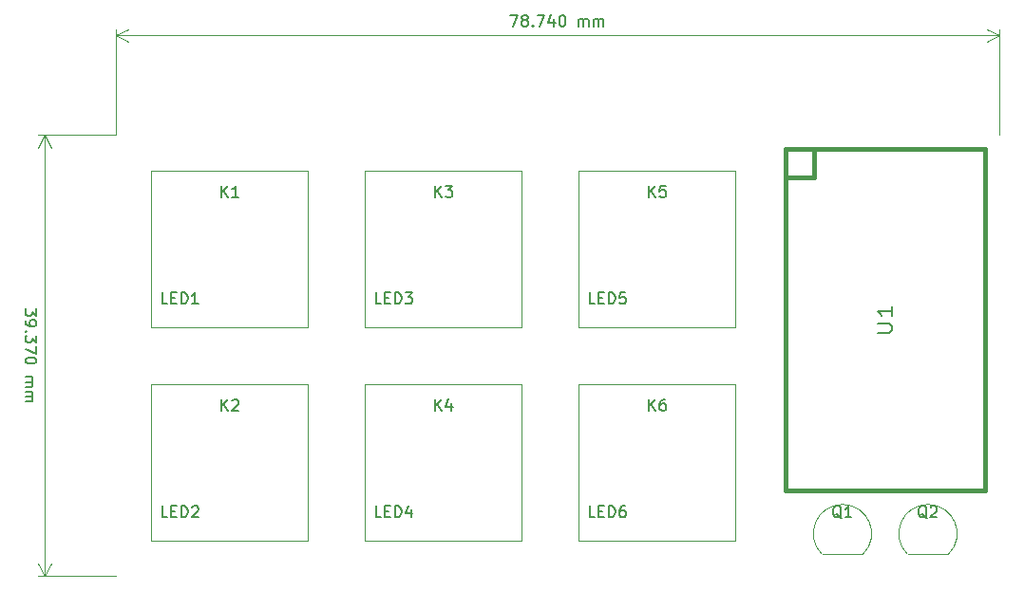
<source format=gto>
G04 #@! TF.GenerationSoftware,KiCad,Pcbnew,(5.1.4)-1*
G04 #@! TF.CreationDate,2019-10-31T20:11:05+00:00*
G04 #@! TF.ProjectId,rgb,7267622e-6b69-4636-9164-5f7063625858,rev?*
G04 #@! TF.SameCoordinates,Original*
G04 #@! TF.FileFunction,Legend,Top*
G04 #@! TF.FilePolarity,Positive*
%FSLAX46Y46*%
G04 Gerber Fmt 4.6, Leading zero omitted, Abs format (unit mm)*
G04 Created by KiCad (PCBNEW (5.1.4)-1) date 2019-10-31 20:11:05*
%MOMM*%
%LPD*%
G04 APERTURE LIST*
%ADD10C,0.150000*%
%ADD11C,0.120000*%
%ADD12C,0.381000*%
%ADD13C,0.203200*%
G04 APERTURE END LIST*
D10*
X28487619Y-76454523D02*
X28487619Y-77073571D01*
X28106666Y-76740238D01*
X28106666Y-76883095D01*
X28059047Y-76978333D01*
X28011428Y-77025952D01*
X27916190Y-77073571D01*
X27678095Y-77073571D01*
X27582857Y-77025952D01*
X27535238Y-76978333D01*
X27487619Y-76883095D01*
X27487619Y-76597380D01*
X27535238Y-76502142D01*
X27582857Y-76454523D01*
X27487619Y-77549761D02*
X27487619Y-77740238D01*
X27535238Y-77835476D01*
X27582857Y-77883095D01*
X27725714Y-77978333D01*
X27916190Y-78025952D01*
X28297142Y-78025952D01*
X28392380Y-77978333D01*
X28440000Y-77930714D01*
X28487619Y-77835476D01*
X28487619Y-77645000D01*
X28440000Y-77549761D01*
X28392380Y-77502142D01*
X28297142Y-77454523D01*
X28059047Y-77454523D01*
X27963809Y-77502142D01*
X27916190Y-77549761D01*
X27868571Y-77645000D01*
X27868571Y-77835476D01*
X27916190Y-77930714D01*
X27963809Y-77978333D01*
X28059047Y-78025952D01*
X27582857Y-78454523D02*
X27535238Y-78502142D01*
X27487619Y-78454523D01*
X27535238Y-78406904D01*
X27582857Y-78454523D01*
X27487619Y-78454523D01*
X28487619Y-78835476D02*
X28487619Y-79454523D01*
X28106666Y-79121190D01*
X28106666Y-79264047D01*
X28059047Y-79359285D01*
X28011428Y-79406904D01*
X27916190Y-79454523D01*
X27678095Y-79454523D01*
X27582857Y-79406904D01*
X27535238Y-79359285D01*
X27487619Y-79264047D01*
X27487619Y-78978333D01*
X27535238Y-78883095D01*
X27582857Y-78835476D01*
X28487619Y-79787857D02*
X28487619Y-80454523D01*
X27487619Y-80025952D01*
X28487619Y-81025952D02*
X28487619Y-81121190D01*
X28440000Y-81216428D01*
X28392380Y-81264047D01*
X28297142Y-81311666D01*
X28106666Y-81359285D01*
X27868571Y-81359285D01*
X27678095Y-81311666D01*
X27582857Y-81264047D01*
X27535238Y-81216428D01*
X27487619Y-81121190D01*
X27487619Y-81025952D01*
X27535238Y-80930714D01*
X27582857Y-80883095D01*
X27678095Y-80835476D01*
X27868571Y-80787857D01*
X28106666Y-80787857D01*
X28297142Y-80835476D01*
X28392380Y-80883095D01*
X28440000Y-80930714D01*
X28487619Y-81025952D01*
X27487619Y-82549761D02*
X28154285Y-82549761D01*
X28059047Y-82549761D02*
X28106666Y-82597380D01*
X28154285Y-82692619D01*
X28154285Y-82835476D01*
X28106666Y-82930714D01*
X28011428Y-82978333D01*
X27487619Y-82978333D01*
X28011428Y-82978333D02*
X28106666Y-83025952D01*
X28154285Y-83121190D01*
X28154285Y-83264047D01*
X28106666Y-83359285D01*
X28011428Y-83406904D01*
X27487619Y-83406904D01*
X27487619Y-83883095D02*
X28154285Y-83883095D01*
X28059047Y-83883095D02*
X28106666Y-83930714D01*
X28154285Y-84025952D01*
X28154285Y-84168809D01*
X28106666Y-84264047D01*
X28011428Y-84311666D01*
X27487619Y-84311666D01*
X28011428Y-84311666D02*
X28106666Y-84359285D01*
X28154285Y-84454523D01*
X28154285Y-84597380D01*
X28106666Y-84692619D01*
X28011428Y-84740238D01*
X27487619Y-84740238D01*
D11*
X29210000Y-60960000D02*
X29210000Y-100330000D01*
X35560000Y-60960000D02*
X28623579Y-60960000D01*
X35560000Y-100330000D02*
X28623579Y-100330000D01*
X29210000Y-100330000D02*
X28623579Y-99203496D01*
X29210000Y-100330000D02*
X29796421Y-99203496D01*
X29210000Y-60960000D02*
X28623579Y-62086504D01*
X29210000Y-60960000D02*
X29796421Y-62086504D01*
D10*
X70739523Y-50252380D02*
X71406190Y-50252380D01*
X70977619Y-51252380D01*
X71930000Y-50680952D02*
X71834761Y-50633333D01*
X71787142Y-50585714D01*
X71739523Y-50490476D01*
X71739523Y-50442857D01*
X71787142Y-50347619D01*
X71834761Y-50300000D01*
X71930000Y-50252380D01*
X72120476Y-50252380D01*
X72215714Y-50300000D01*
X72263333Y-50347619D01*
X72310952Y-50442857D01*
X72310952Y-50490476D01*
X72263333Y-50585714D01*
X72215714Y-50633333D01*
X72120476Y-50680952D01*
X71930000Y-50680952D01*
X71834761Y-50728571D01*
X71787142Y-50776190D01*
X71739523Y-50871428D01*
X71739523Y-51061904D01*
X71787142Y-51157142D01*
X71834761Y-51204761D01*
X71930000Y-51252380D01*
X72120476Y-51252380D01*
X72215714Y-51204761D01*
X72263333Y-51157142D01*
X72310952Y-51061904D01*
X72310952Y-50871428D01*
X72263333Y-50776190D01*
X72215714Y-50728571D01*
X72120476Y-50680952D01*
X72739523Y-51157142D02*
X72787142Y-51204761D01*
X72739523Y-51252380D01*
X72691904Y-51204761D01*
X72739523Y-51157142D01*
X72739523Y-51252380D01*
X73120476Y-50252380D02*
X73787142Y-50252380D01*
X73358571Y-51252380D01*
X74596666Y-50585714D02*
X74596666Y-51252380D01*
X74358571Y-50204761D02*
X74120476Y-50919047D01*
X74739523Y-50919047D01*
X75310952Y-50252380D02*
X75406190Y-50252380D01*
X75501428Y-50300000D01*
X75549047Y-50347619D01*
X75596666Y-50442857D01*
X75644285Y-50633333D01*
X75644285Y-50871428D01*
X75596666Y-51061904D01*
X75549047Y-51157142D01*
X75501428Y-51204761D01*
X75406190Y-51252380D01*
X75310952Y-51252380D01*
X75215714Y-51204761D01*
X75168095Y-51157142D01*
X75120476Y-51061904D01*
X75072857Y-50871428D01*
X75072857Y-50633333D01*
X75120476Y-50442857D01*
X75168095Y-50347619D01*
X75215714Y-50300000D01*
X75310952Y-50252380D01*
X76834761Y-51252380D02*
X76834761Y-50585714D01*
X76834761Y-50680952D02*
X76882380Y-50633333D01*
X76977619Y-50585714D01*
X77120476Y-50585714D01*
X77215714Y-50633333D01*
X77263333Y-50728571D01*
X77263333Y-51252380D01*
X77263333Y-50728571D02*
X77310952Y-50633333D01*
X77406190Y-50585714D01*
X77549047Y-50585714D01*
X77644285Y-50633333D01*
X77691904Y-50728571D01*
X77691904Y-51252380D01*
X78168095Y-51252380D02*
X78168095Y-50585714D01*
X78168095Y-50680952D02*
X78215714Y-50633333D01*
X78310952Y-50585714D01*
X78453809Y-50585714D01*
X78549047Y-50633333D01*
X78596666Y-50728571D01*
X78596666Y-51252380D01*
X78596666Y-50728571D02*
X78644285Y-50633333D01*
X78739523Y-50585714D01*
X78882380Y-50585714D01*
X78977619Y-50633333D01*
X79025238Y-50728571D01*
X79025238Y-51252380D01*
D11*
X35560000Y-52070000D02*
X114300000Y-52070000D01*
X35560000Y-60960000D02*
X35560000Y-51483579D01*
X114300000Y-60960000D02*
X114300000Y-51483579D01*
X114300000Y-52070000D02*
X113173496Y-52656421D01*
X114300000Y-52070000D02*
X113173496Y-51483579D01*
X35560000Y-52070000D02*
X36686504Y-52656421D01*
X35560000Y-52070000D02*
X36686504Y-51483579D01*
X76835000Y-78105000D02*
X76835000Y-64135000D01*
X90805000Y-78105000D02*
X76835000Y-78105000D01*
X90805000Y-64135000D02*
X90805000Y-78105000D01*
X76835000Y-64135000D02*
X90805000Y-64135000D01*
D12*
X113030000Y-62230000D02*
X95250000Y-62230000D01*
X95250000Y-62230000D02*
X95250000Y-92710000D01*
X95250000Y-92710000D02*
X113030000Y-92710000D01*
X113030000Y-92710000D02*
X113030000Y-62230000D01*
X97790000Y-62230000D02*
X97790000Y-64770000D01*
X97790000Y-64770000D02*
X95250000Y-64770000D01*
D11*
X76835000Y-97155000D02*
X76835000Y-83185000D01*
X90805000Y-97155000D02*
X76835000Y-97155000D01*
X90805000Y-83185000D02*
X90805000Y-97155000D01*
X76835000Y-83185000D02*
X90805000Y-83185000D01*
X57785000Y-97155000D02*
X57785000Y-83185000D01*
X71755000Y-97155000D02*
X57785000Y-97155000D01*
X71755000Y-83185000D02*
X71755000Y-97155000D01*
X57785000Y-83185000D02*
X71755000Y-83185000D01*
X38735000Y-97155000D02*
X38735000Y-83185000D01*
X52705000Y-97155000D02*
X38735000Y-97155000D01*
X52705000Y-83185000D02*
X52705000Y-97155000D01*
X38735000Y-83185000D02*
X52705000Y-83185000D01*
X57785000Y-78105000D02*
X57785000Y-64135000D01*
X71755000Y-78105000D02*
X57785000Y-78105000D01*
X71755000Y-64135000D02*
X71755000Y-78105000D01*
X57785000Y-64135000D02*
X71755000Y-64135000D01*
X38735000Y-78105000D02*
X38735000Y-64135000D01*
X52705000Y-78105000D02*
X38735000Y-78105000D01*
X52705000Y-64135000D02*
X52705000Y-78105000D01*
X38735000Y-64135000D02*
X52705000Y-64135000D01*
X102168478Y-98358478D02*
G75*
G03X100330000Y-93920000I-1838478J1838478D01*
G01*
X98491522Y-98358478D02*
G75*
G02X100330000Y-93920000I1838478J1838478D01*
G01*
X98530000Y-98370000D02*
X102130000Y-98370000D01*
X109788478Y-98358478D02*
G75*
G03X107950000Y-93920000I-1838478J1838478D01*
G01*
X106111522Y-98358478D02*
G75*
G02X107950000Y-93920000I1838478J1838478D01*
G01*
X106150000Y-98370000D02*
X109750000Y-98370000D01*
D10*
X83081904Y-66492380D02*
X83081904Y-65492380D01*
X83653333Y-66492380D02*
X83224761Y-65920952D01*
X83653333Y-65492380D02*
X83081904Y-66063809D01*
X84558095Y-65492380D02*
X84081904Y-65492380D01*
X84034285Y-65968571D01*
X84081904Y-65920952D01*
X84177142Y-65873333D01*
X84415238Y-65873333D01*
X84510476Y-65920952D01*
X84558095Y-65968571D01*
X84605714Y-66063809D01*
X84605714Y-66301904D01*
X84558095Y-66397142D01*
X84510476Y-66444761D01*
X84415238Y-66492380D01*
X84177142Y-66492380D01*
X84081904Y-66444761D01*
X84034285Y-66397142D01*
D13*
X103444523Y-78631142D02*
X104472619Y-78631142D01*
X104593571Y-78558571D01*
X104654047Y-78486000D01*
X104714523Y-78340857D01*
X104714523Y-78050571D01*
X104654047Y-77905428D01*
X104593571Y-77832857D01*
X104472619Y-77760285D01*
X103444523Y-77760285D01*
X104714523Y-76236285D02*
X104714523Y-77107142D01*
X104714523Y-76671714D02*
X103444523Y-76671714D01*
X103625952Y-76816857D01*
X103746904Y-76962000D01*
X103807380Y-77107142D01*
D10*
X83081904Y-85542380D02*
X83081904Y-84542380D01*
X83653333Y-85542380D02*
X83224761Y-84970952D01*
X83653333Y-84542380D02*
X83081904Y-85113809D01*
X84510476Y-84542380D02*
X84320000Y-84542380D01*
X84224761Y-84590000D01*
X84177142Y-84637619D01*
X84081904Y-84780476D01*
X84034285Y-84970952D01*
X84034285Y-85351904D01*
X84081904Y-85447142D01*
X84129523Y-85494761D01*
X84224761Y-85542380D01*
X84415238Y-85542380D01*
X84510476Y-85494761D01*
X84558095Y-85447142D01*
X84605714Y-85351904D01*
X84605714Y-85113809D01*
X84558095Y-85018571D01*
X84510476Y-84970952D01*
X84415238Y-84923333D01*
X84224761Y-84923333D01*
X84129523Y-84970952D01*
X84081904Y-85018571D01*
X84034285Y-85113809D01*
X64031904Y-85542380D02*
X64031904Y-84542380D01*
X64603333Y-85542380D02*
X64174761Y-84970952D01*
X64603333Y-84542380D02*
X64031904Y-85113809D01*
X65460476Y-84875714D02*
X65460476Y-85542380D01*
X65222380Y-84494761D02*
X64984285Y-85209047D01*
X65603333Y-85209047D01*
X44981904Y-85542380D02*
X44981904Y-84542380D01*
X45553333Y-85542380D02*
X45124761Y-84970952D01*
X45553333Y-84542380D02*
X44981904Y-85113809D01*
X45934285Y-84637619D02*
X45981904Y-84590000D01*
X46077142Y-84542380D01*
X46315238Y-84542380D01*
X46410476Y-84590000D01*
X46458095Y-84637619D01*
X46505714Y-84732857D01*
X46505714Y-84828095D01*
X46458095Y-84970952D01*
X45886666Y-85542380D01*
X46505714Y-85542380D01*
X64031904Y-66492380D02*
X64031904Y-65492380D01*
X64603333Y-66492380D02*
X64174761Y-65920952D01*
X64603333Y-65492380D02*
X64031904Y-66063809D01*
X64936666Y-65492380D02*
X65555714Y-65492380D01*
X65222380Y-65873333D01*
X65365238Y-65873333D01*
X65460476Y-65920952D01*
X65508095Y-65968571D01*
X65555714Y-66063809D01*
X65555714Y-66301904D01*
X65508095Y-66397142D01*
X65460476Y-66444761D01*
X65365238Y-66492380D01*
X65079523Y-66492380D01*
X64984285Y-66444761D01*
X64936666Y-66397142D01*
X44981904Y-66492380D02*
X44981904Y-65492380D01*
X45553333Y-66492380D02*
X45124761Y-65920952D01*
X45553333Y-65492380D02*
X44981904Y-66063809D01*
X46505714Y-66492380D02*
X45934285Y-66492380D01*
X46220000Y-66492380D02*
X46220000Y-65492380D01*
X46124761Y-65635238D01*
X46029523Y-65730476D01*
X45934285Y-65778095D01*
X100234761Y-95162619D02*
X100139523Y-95115000D01*
X100044285Y-95019761D01*
X99901428Y-94876904D01*
X99806190Y-94829285D01*
X99710952Y-94829285D01*
X99758571Y-95067380D02*
X99663333Y-95019761D01*
X99568095Y-94924523D01*
X99520476Y-94734047D01*
X99520476Y-94400714D01*
X99568095Y-94210238D01*
X99663333Y-94115000D01*
X99758571Y-94067380D01*
X99949047Y-94067380D01*
X100044285Y-94115000D01*
X100139523Y-94210238D01*
X100187142Y-94400714D01*
X100187142Y-94734047D01*
X100139523Y-94924523D01*
X100044285Y-95019761D01*
X99949047Y-95067380D01*
X99758571Y-95067380D01*
X101139523Y-95067380D02*
X100568095Y-95067380D01*
X100853809Y-95067380D02*
X100853809Y-94067380D01*
X100758571Y-94210238D01*
X100663333Y-94305476D01*
X100568095Y-94353095D01*
X107854761Y-95162619D02*
X107759523Y-95115000D01*
X107664285Y-95019761D01*
X107521428Y-94876904D01*
X107426190Y-94829285D01*
X107330952Y-94829285D01*
X107378571Y-95067380D02*
X107283333Y-95019761D01*
X107188095Y-94924523D01*
X107140476Y-94734047D01*
X107140476Y-94400714D01*
X107188095Y-94210238D01*
X107283333Y-94115000D01*
X107378571Y-94067380D01*
X107569047Y-94067380D01*
X107664285Y-94115000D01*
X107759523Y-94210238D01*
X107807142Y-94400714D01*
X107807142Y-94734047D01*
X107759523Y-94924523D01*
X107664285Y-95019761D01*
X107569047Y-95067380D01*
X107378571Y-95067380D01*
X108188095Y-94162619D02*
X108235714Y-94115000D01*
X108330952Y-94067380D01*
X108569047Y-94067380D01*
X108664285Y-94115000D01*
X108711904Y-94162619D01*
X108759523Y-94257857D01*
X108759523Y-94353095D01*
X108711904Y-94495952D01*
X108140476Y-95067380D01*
X108759523Y-95067380D01*
X40155952Y-76017380D02*
X39679761Y-76017380D01*
X39679761Y-75017380D01*
X40489285Y-75493571D02*
X40822619Y-75493571D01*
X40965476Y-76017380D02*
X40489285Y-76017380D01*
X40489285Y-75017380D01*
X40965476Y-75017380D01*
X41394047Y-76017380D02*
X41394047Y-75017380D01*
X41632142Y-75017380D01*
X41775000Y-75065000D01*
X41870238Y-75160238D01*
X41917857Y-75255476D01*
X41965476Y-75445952D01*
X41965476Y-75588809D01*
X41917857Y-75779285D01*
X41870238Y-75874523D01*
X41775000Y-75969761D01*
X41632142Y-76017380D01*
X41394047Y-76017380D01*
X42917857Y-76017380D02*
X42346428Y-76017380D01*
X42632142Y-76017380D02*
X42632142Y-75017380D01*
X42536904Y-75160238D01*
X42441666Y-75255476D01*
X42346428Y-75303095D01*
X40155952Y-95067380D02*
X39679761Y-95067380D01*
X39679761Y-94067380D01*
X40489285Y-94543571D02*
X40822619Y-94543571D01*
X40965476Y-95067380D02*
X40489285Y-95067380D01*
X40489285Y-94067380D01*
X40965476Y-94067380D01*
X41394047Y-95067380D02*
X41394047Y-94067380D01*
X41632142Y-94067380D01*
X41775000Y-94115000D01*
X41870238Y-94210238D01*
X41917857Y-94305476D01*
X41965476Y-94495952D01*
X41965476Y-94638809D01*
X41917857Y-94829285D01*
X41870238Y-94924523D01*
X41775000Y-95019761D01*
X41632142Y-95067380D01*
X41394047Y-95067380D01*
X42346428Y-94162619D02*
X42394047Y-94115000D01*
X42489285Y-94067380D01*
X42727380Y-94067380D01*
X42822619Y-94115000D01*
X42870238Y-94162619D01*
X42917857Y-94257857D01*
X42917857Y-94353095D01*
X42870238Y-94495952D01*
X42298809Y-95067380D01*
X42917857Y-95067380D01*
X59205952Y-76017380D02*
X58729761Y-76017380D01*
X58729761Y-75017380D01*
X59539285Y-75493571D02*
X59872619Y-75493571D01*
X60015476Y-76017380D02*
X59539285Y-76017380D01*
X59539285Y-75017380D01*
X60015476Y-75017380D01*
X60444047Y-76017380D02*
X60444047Y-75017380D01*
X60682142Y-75017380D01*
X60825000Y-75065000D01*
X60920238Y-75160238D01*
X60967857Y-75255476D01*
X61015476Y-75445952D01*
X61015476Y-75588809D01*
X60967857Y-75779285D01*
X60920238Y-75874523D01*
X60825000Y-75969761D01*
X60682142Y-76017380D01*
X60444047Y-76017380D01*
X61348809Y-75017380D02*
X61967857Y-75017380D01*
X61634523Y-75398333D01*
X61777380Y-75398333D01*
X61872619Y-75445952D01*
X61920238Y-75493571D01*
X61967857Y-75588809D01*
X61967857Y-75826904D01*
X61920238Y-75922142D01*
X61872619Y-75969761D01*
X61777380Y-76017380D01*
X61491666Y-76017380D01*
X61396428Y-75969761D01*
X61348809Y-75922142D01*
X59205952Y-95067380D02*
X58729761Y-95067380D01*
X58729761Y-94067380D01*
X59539285Y-94543571D02*
X59872619Y-94543571D01*
X60015476Y-95067380D02*
X59539285Y-95067380D01*
X59539285Y-94067380D01*
X60015476Y-94067380D01*
X60444047Y-95067380D02*
X60444047Y-94067380D01*
X60682142Y-94067380D01*
X60825000Y-94115000D01*
X60920238Y-94210238D01*
X60967857Y-94305476D01*
X61015476Y-94495952D01*
X61015476Y-94638809D01*
X60967857Y-94829285D01*
X60920238Y-94924523D01*
X60825000Y-95019761D01*
X60682142Y-95067380D01*
X60444047Y-95067380D01*
X61872619Y-94400714D02*
X61872619Y-95067380D01*
X61634523Y-94019761D02*
X61396428Y-94734047D01*
X62015476Y-94734047D01*
X78255952Y-76017380D02*
X77779761Y-76017380D01*
X77779761Y-75017380D01*
X78589285Y-75493571D02*
X78922619Y-75493571D01*
X79065476Y-76017380D02*
X78589285Y-76017380D01*
X78589285Y-75017380D01*
X79065476Y-75017380D01*
X79494047Y-76017380D02*
X79494047Y-75017380D01*
X79732142Y-75017380D01*
X79875000Y-75065000D01*
X79970238Y-75160238D01*
X80017857Y-75255476D01*
X80065476Y-75445952D01*
X80065476Y-75588809D01*
X80017857Y-75779285D01*
X79970238Y-75874523D01*
X79875000Y-75969761D01*
X79732142Y-76017380D01*
X79494047Y-76017380D01*
X80970238Y-75017380D02*
X80494047Y-75017380D01*
X80446428Y-75493571D01*
X80494047Y-75445952D01*
X80589285Y-75398333D01*
X80827380Y-75398333D01*
X80922619Y-75445952D01*
X80970238Y-75493571D01*
X81017857Y-75588809D01*
X81017857Y-75826904D01*
X80970238Y-75922142D01*
X80922619Y-75969761D01*
X80827380Y-76017380D01*
X80589285Y-76017380D01*
X80494047Y-75969761D01*
X80446428Y-75922142D01*
X78255952Y-95067380D02*
X77779761Y-95067380D01*
X77779761Y-94067380D01*
X78589285Y-94543571D02*
X78922619Y-94543571D01*
X79065476Y-95067380D02*
X78589285Y-95067380D01*
X78589285Y-94067380D01*
X79065476Y-94067380D01*
X79494047Y-95067380D02*
X79494047Y-94067380D01*
X79732142Y-94067380D01*
X79875000Y-94115000D01*
X79970238Y-94210238D01*
X80017857Y-94305476D01*
X80065476Y-94495952D01*
X80065476Y-94638809D01*
X80017857Y-94829285D01*
X79970238Y-94924523D01*
X79875000Y-95019761D01*
X79732142Y-95067380D01*
X79494047Y-95067380D01*
X80922619Y-94067380D02*
X80732142Y-94067380D01*
X80636904Y-94115000D01*
X80589285Y-94162619D01*
X80494047Y-94305476D01*
X80446428Y-94495952D01*
X80446428Y-94876904D01*
X80494047Y-94972142D01*
X80541666Y-95019761D01*
X80636904Y-95067380D01*
X80827380Y-95067380D01*
X80922619Y-95019761D01*
X80970238Y-94972142D01*
X81017857Y-94876904D01*
X81017857Y-94638809D01*
X80970238Y-94543571D01*
X80922619Y-94495952D01*
X80827380Y-94448333D01*
X80636904Y-94448333D01*
X80541666Y-94495952D01*
X80494047Y-94543571D01*
X80446428Y-94638809D01*
M02*

</source>
